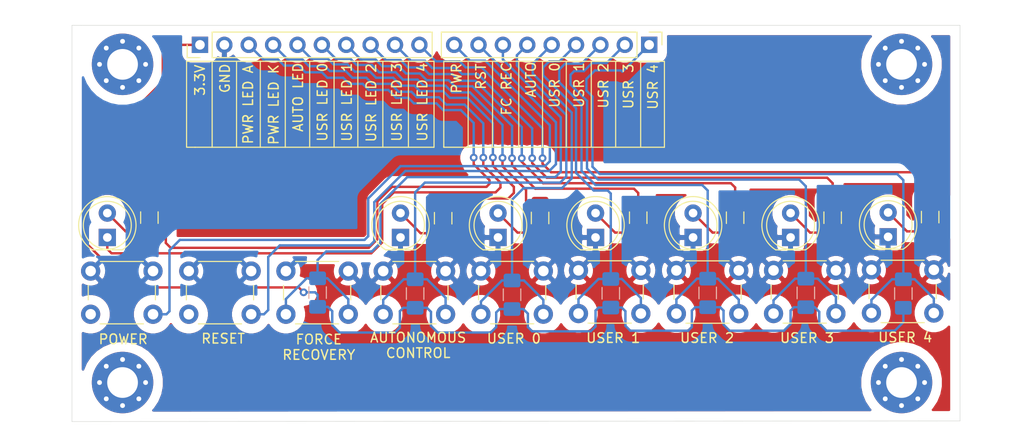
<source format=kicad_pcb>
(kicad_pcb (version 20171130) (host pcbnew "(5.1.6)-1")
  (layers (0 F.Cu signal) (31 B.Cu signal) (34 B.Paste user) (35 F.Paste user) (36 B.SilkS user) (37 F.SilkS user) (38 B.Mask user) (39 F.Mask user) (44 Edge.Cuts user))
  (net 0 "")
  (net 1 GND)
  (net 2 "Net-(D2-Pad2)")
  (net 3 "Net-(D3-Pad2)")
  (net 4 "Net-(D4-Pad2)")
  (net 5 "Net-(J1-Pad5)")
  (net 6 "Net-(J1-Pad3)")
  (net 7 +3V3)
  (net 8 "Net-(J2-Pad5)")
  (net 9 "Net-(J2-Pad4)")
  (net 10 "Net-(J2-Pad3)")
  (net 11 "Net-(J2-Pad2)")
  (net 12 "Net-(J2-Pad1)")
  (net 13 "Net-(D1-Pad2)")
  (net 14 "Net-(D4-Pad1)")
  (net 15 "Net-(D5-Pad2)")
  (net 16 "Net-(D6-Pad2)")
  (net 17 "Net-(D7-Pad2)")
  (net 18 "Net-(J1-Pad10)")
  (net 19 "Net-(J1-Pad9)")
  (net 20 "Net-(J1-Pad8)")
  (net 21 "Net-(J1-Pad7)")
  (net 22 "Net-(J1-Pad6)")
  (net 23 "Net-(J2-Pad9)")
  (net 24 "Net-(J2-Pad8)")
  (net 25 "Net-(J2-Pad7)")
  (net 26 "Net-(J2-Pad6)")
  (module MountingHole:MountingHole_3.2mm_M3_Pad_Via (layer F.Cu) (at 200.66 96.2025)
    (fp_text reference REF** hide)
    (fp_text value MountingHole_3.2mm_M3_Pad_Via)
    (pad 1 thru_hole circle (at 1.697056 -1.697056) (size 0.8 0.8) (drill 0.5) (layers *.Cu *.Mask))
    (pad 1 thru_hole circle (at 0 -2.4) (size 0.8 0.8) (drill 0.5) (layers *.Cu *.Mask))
    (pad 1 thru_hole circle (at -1.697056 -1.697056) (size 0.8 0.8) (drill 0.5) (layers *.Cu *.Mask))
    (pad 1 thru_hole circle (at -2.4 0) (size 0.8 0.8) (drill 0.5) (layers *.Cu *.Mask))
    (pad 1 thru_hole circle (at -1.697056 1.697056) (size 0.8 0.8) (drill 0.5) (layers *.Cu *.Mask))
    (pad 1 thru_hole circle (at 0 2.4) (size 0.8 0.8) (drill 0.5) (layers *.Cu *.Mask))
    (pad 1 thru_hole circle (at 1.697056 1.697056) (size 0.8 0.8) (drill 0.5) (layers *.Cu *.Mask))
    (pad 1 thru_hole circle (at 2.4 0) (size 0.8 0.8) (drill 0.5) (layers *.Cu *.Mask))
    (pad 1 thru_hole circle (at 0 0) (size 6.4 6.4) (drill 3.2) (layers *.Cu *.Mask))
  )
  (module Button_Switch_THT:SW_PUSH_6mm (layer F.Cu) (at 183.7055 89.027 180)
    (fp_text reference SW7 hide)
    (fp_text value USR2)
    (pad 1 thru_hole circle (at 6.5 0 270) (size 2 2) (drill 1.1) (layers *.Cu *.Mask) (net 10 "Net-(J2-Pad3)"))
    (pad 2 thru_hole circle (at 6.5 4.5 270) (size 2 2) (drill 1.1) (layers *.Cu *.Mask) (net 1 GND))
    (pad 1 thru_hole circle (at 0 0 270) (size 2 2) (drill 1.1) (layers *.Cu *.Mask) (net 10 "Net-(J2-Pad3)"))
    (pad 2 thru_hole circle (at 0 4.5 270) (size 2 2) (drill 1.1) (layers *.Cu *.Mask) (net 1 GND))
  )
  (module Resistor_SMD:R_1206_3216Metric_Pad1.42x1.75mm_HandSolder (layer B.Cu) (at 160.0835 87.0585 270)
    (fp_text reference R14 hide)
    (fp_text value R)
    (pad 2 smd roundrect (at 1.4875 0 270) (size 1.425 1.75) (layers B.Cu B.Paste B.Mask) (roundrect_rratio 0.175439) (net 7 +3V3))
    (pad 1 smd roundrect (at -1.4875 0 270) (size 1.425 1.75) (layers B.Cu B.Paste B.Mask) (roundrect_rratio 0.175439) (net 8 "Net-(J2-Pad5)"))
  )
  (module MountingHole:MountingHole_3.2mm_M3_Pad_Via (layer F.Cu) (at 119.507 96.2025)
    (fp_text reference REF** hide)
    (fp_text value MountingHole_3.2mm_M3_Pad_Via)
    (pad 1 thru_hole circle (at 1.697056 -1.697056) (size 0.8 0.8) (drill 0.5) (layers *.Cu *.Mask))
    (pad 1 thru_hole circle (at 0 -2.4) (size 0.8 0.8) (drill 0.5) (layers *.Cu *.Mask))
    (pad 1 thru_hole circle (at -1.697056 -1.697056) (size 0.8 0.8) (drill 0.5) (layers *.Cu *.Mask))
    (pad 1 thru_hole circle (at -2.4 0) (size 0.8 0.8) (drill 0.5) (layers *.Cu *.Mask))
    (pad 1 thru_hole circle (at -1.697056 1.697056) (size 0.8 0.8) (drill 0.5) (layers *.Cu *.Mask))
    (pad 1 thru_hole circle (at 0 2.4) (size 0.8 0.8) (drill 0.5) (layers *.Cu *.Mask))
    (pad 1 thru_hole circle (at 1.697056 1.697056) (size 0.8 0.8) (drill 0.5) (layers *.Cu *.Mask))
    (pad 1 thru_hole circle (at 2.4 0) (size 0.8 0.8) (drill 0.5) (layers *.Cu *.Mask))
    (pad 1 thru_hole circle (at 0 0) (size 6.4 6.4) (drill 3.2) (layers *.Cu *.Mask))
  )
  (module MountingHole:MountingHole_3.2mm_M3_Pad_Via (layer F.Cu) (at 200.66 63.0555)
    (fp_text reference REF** hide)
    (fp_text value MountingHole_3.2mm_M3_Pad_Via)
    (pad 1 thru_hole circle (at 1.697056 -1.697056) (size 0.8 0.8) (drill 0.5) (layers *.Cu *.Mask))
    (pad 1 thru_hole circle (at 0 -2.4) (size 0.8 0.8) (drill 0.5) (layers *.Cu *.Mask))
    (pad 1 thru_hole circle (at -1.697056 -1.697056) (size 0.8 0.8) (drill 0.5) (layers *.Cu *.Mask))
    (pad 1 thru_hole circle (at -2.4 0) (size 0.8 0.8) (drill 0.5) (layers *.Cu *.Mask))
    (pad 1 thru_hole circle (at -1.697056 1.697056) (size 0.8 0.8) (drill 0.5) (layers *.Cu *.Mask))
    (pad 1 thru_hole circle (at 0 2.4) (size 0.8 0.8) (drill 0.5) (layers *.Cu *.Mask))
    (pad 1 thru_hole circle (at 1.697056 1.697056) (size 0.8 0.8) (drill 0.5) (layers *.Cu *.Mask))
    (pad 1 thru_hole circle (at 2.4 0) (size 0.8 0.8) (drill 0.5) (layers *.Cu *.Mask))
    (pad 1 thru_hole circle (at 0 0) (size 6.4 6.4) (drill 3.2) (layers *.Cu *.Mask))
  )
  (module MountingHole:MountingHole_3.2mm_M3_Pad_Via (layer F.Cu) (at 119.507 63.0555)
    (fp_text reference REF** hide)
    (fp_text value MountingHole_3.2mm_M3_Pad_Via)
    (pad 1 thru_hole circle (at 1.697056 -1.697056) (size 0.8 0.8) (drill 0.5) (layers *.Cu *.Mask))
    (pad 1 thru_hole circle (at 0 -2.4) (size 0.8 0.8) (drill 0.5) (layers *.Cu *.Mask))
    (pad 1 thru_hole circle (at -1.697056 -1.697056) (size 0.8 0.8) (drill 0.5) (layers *.Cu *.Mask))
    (pad 1 thru_hole circle (at -2.4 0) (size 0.8 0.8) (drill 0.5) (layers *.Cu *.Mask))
    (pad 1 thru_hole circle (at -1.697056 1.697056) (size 0.8 0.8) (drill 0.5) (layers *.Cu *.Mask))
    (pad 1 thru_hole circle (at 0 2.4) (size 0.8 0.8) (drill 0.5) (layers *.Cu *.Mask))
    (pad 1 thru_hole circle (at 1.697056 1.697056) (size 0.8 0.8) (drill 0.5) (layers *.Cu *.Mask))
    (pad 1 thru_hole circle (at 2.4 0) (size 0.8 0.8) (drill 0.5) (layers *.Cu *.Mask))
    (pad 1 thru_hole circle (at 0 0) (size 6.4 6.4) (drill 3.2) (layers *.Cu *.Mask))
  )
  (module Resistor_SMD:R_1206_3216Metric_Pad1.42x1.75mm_HandSolder (layer B.Cu) (at 170.3705 86.9045 270)
    (fp_text reference R13 hide)
    (fp_text value R)
    (pad 2 smd roundrect (at 1.4875 0 270) (size 1.425 1.75) (layers B.Cu B.Paste B.Mask) (roundrect_rratio 0.175439) (net 7 +3V3))
    (pad 1 smd roundrect (at -1.4875 0 270) (size 1.425 1.75) (layers B.Cu B.Paste B.Mask) (roundrect_rratio 0.175439) (net 9 "Net-(J2-Pad4)"))
  )
  (module Resistor_SMD:R_1206_3216Metric_Pad1.42x1.75mm_HandSolder (layer B.Cu) (at 180.467 86.868 270)
    (fp_text reference R12 hide)
    (fp_text value R)
    (pad 2 smd roundrect (at 1.4875 0 270) (size 1.425 1.75) (layers B.Cu B.Paste B.Mask) (roundrect_rratio 0.175439) (net 7 +3V3))
    (pad 1 smd roundrect (at -1.4875 0 270) (size 1.425 1.75) (layers B.Cu B.Paste B.Mask) (roundrect_rratio 0.175439) (net 10 "Net-(J2-Pad3)"))
  )
  (module Resistor_SMD:R_1206_3216Metric_Pad1.42x1.75mm_HandSolder (layer B.Cu) (at 190.6905 86.868 270)
    (fp_text reference R11 hide)
    (fp_text value R)
    (pad 2 smd roundrect (at 1.4875 0 270) (size 1.425 1.75) (layers B.Cu B.Paste B.Mask) (roundrect_rratio 0.175439) (net 7 +3V3))
    (pad 1 smd roundrect (at -1.4875 0 270) (size 1.425 1.75) (layers B.Cu B.Paste B.Mask) (roundrect_rratio 0.175439) (net 11 "Net-(J2-Pad2)"))
  )
  (module Resistor_SMD:R_1206_3216Metric_Pad1.42x1.75mm_HandSolder (layer B.Cu) (at 200.8505 86.9315 270)
    (fp_text reference R10 hide)
    (fp_text value R)
    (pad 2 smd roundrect (at 1.4875 0 270) (size 1.425 1.75) (layers B.Cu B.Paste B.Mask) (roundrect_rratio 0.175439) (net 7 +3V3))
    (pad 1 smd roundrect (at -1.4875 0 270) (size 1.425 1.75) (layers B.Cu B.Paste B.Mask) (roundrect_rratio 0.175439) (net 12 "Net-(J2-Pad1)"))
  )
  (module Resistor_SMD:R_1206_3216Metric_Pad1.42x1.75mm_HandSolder (layer F.Cu) (at 173.228 79.0305 270)
    (fp_text reference R9 hide)
    (fp_text value R)
    (pad 2 smd roundrect (at 1.4875 0 270) (size 1.425 1.75) (layers F.Cu F.Paste F.Mask) (roundrect_rratio 0.175439) (net 17 "Net-(D7-Pad2)"))
    (pad 1 smd roundrect (at -1.4875 0 270) (size 1.425 1.75) (layers F.Cu F.Paste F.Mask) (roundrect_rratio 0.175439) (net 21 "Net-(J1-Pad7)"))
  )
  (module Resistor_SMD:R_1206_3216Metric_Pad1.42x1.75mm_HandSolder (layer F.Cu) (at 183.3245 79.0305 270)
    (fp_text reference R8 hide)
    (fp_text value R)
    (pad 2 smd roundrect (at 1.4875 0 270) (size 1.425 1.75) (layers F.Cu F.Paste F.Mask) (roundrect_rratio 0.175439) (net 16 "Net-(D6-Pad2)"))
    (pad 1 smd roundrect (at -1.4875 0 270) (size 1.425 1.75) (layers F.Cu F.Paste F.Mask) (roundrect_rratio 0.175439) (net 20 "Net-(J1-Pad8)"))
  )
  (module Resistor_SMD:R_1206_3216Metric_Pad1.42x1.75mm_HandSolder (layer F.Cu) (at 193.4845 79.0305 270)
    (fp_text reference R7 hide)
    (fp_text value R)
    (pad 2 smd roundrect (at 1.4875 0 270) (size 1.425 1.75) (layers F.Cu F.Paste F.Mask) (roundrect_rratio 0.175439) (net 15 "Net-(D5-Pad2)"))
    (pad 1 smd roundrect (at -1.4875 0 270) (size 1.425 1.75) (layers F.Cu F.Paste F.Mask) (roundrect_rratio 0.175439) (net 19 "Net-(J1-Pad9)"))
  )
  (module Resistor_SMD:R_1206_3216Metric_Pad1.42x1.75mm_HandSolder (layer B.Cu) (at 149.987 86.9315 270)
    (fp_text reference R6 hide)
    (fp_text value R)
    (pad 2 smd roundrect (at 1.4875 0 270) (size 1.425 1.75) (layers B.Cu B.Paste B.Mask) (roundrect_rratio 0.175439) (net 7 +3V3))
    (pad 1 smd roundrect (at -1.4875 0 270) (size 1.425 1.75) (layers B.Cu B.Paste B.Mask) (roundrect_rratio 0.175439) (net 26 "Net-(J2-Pad6)"))
  )
  (module Resistor_SMD:R_1206_3216Metric_Pad1.42x1.75mm_HandSolder (layer B.Cu) (at 139.827 86.8315 270)
    (fp_text reference R5 hide)
    (fp_text value R)
    (pad 2 smd roundrect (at 1.4875 0 270) (size 1.425 1.75) (layers B.Cu B.Paste B.Mask) (roundrect_rratio 0.175439) (net 7 +3V3))
    (pad 1 smd roundrect (at -1.4875 0 270) (size 1.425 1.75) (layers B.Cu B.Paste B.Mask) (roundrect_rratio 0.175439) (net 25 "Net-(J2-Pad7)"))
  )
  (module Resistor_SMD:R_1206_3216Metric_Pad1.42x1.75mm_HandSolder (layer F.Cu) (at 122.301 79.021 270)
    (fp_text reference R4 hide)
    (fp_text value R)
    (pad 2 smd roundrect (at 1.4875 0 270) (size 1.425 1.75) (layers F.Cu F.Paste F.Mask) (roundrect_rratio 0.175439) (net 4 "Net-(D4-Pad2)"))
    (pad 1 smd roundrect (at -1.4875 0 270) (size 1.425 1.75) (layers F.Cu F.Paste F.Mask) (roundrect_rratio 0.175439) (net 6 "Net-(J1-Pad3)"))
  )
  (module Resistor_SMD:R_1206_3216Metric_Pad1.42x1.75mm_HandSolder (layer F.Cu) (at 163.0045 79.0575 270)
    (fp_text reference R3 hide)
    (fp_text value R)
    (pad 2 smd roundrect (at 1.4875 0 270) (size 1.425 1.75) (layers F.Cu F.Paste F.Mask) (roundrect_rratio 0.175439) (net 3 "Net-(D3-Pad2)"))
    (pad 1 smd roundrect (at -1.4875 0 270) (size 1.425 1.75) (layers F.Cu F.Paste F.Mask) (roundrect_rratio 0.175439) (net 22 "Net-(J1-Pad6)"))
  )
  (module Resistor_SMD:R_1206_3216Metric_Pad1.42x1.75mm_HandSolder (layer F.Cu) (at 152.908 79.0845 270)
    (fp_text reference R2 hide)
    (fp_text value R)
    (pad 2 smd roundrect (at 1.4875 0 270) (size 1.425 1.75) (layers F.Cu F.Paste F.Mask) (roundrect_rratio 0.175439) (net 2 "Net-(D2-Pad2)"))
    (pad 1 smd roundrect (at -1.4875 0 270) (size 1.425 1.75) (layers F.Cu F.Paste F.Mask) (roundrect_rratio 0.175439) (net 5 "Net-(J1-Pad5)"))
  )
  (module Resistor_SMD:R_1206_3216Metric_Pad1.42x1.75mm_HandSolder (layer F.Cu) (at 203.6445 78.967 270)
    (fp_text reference R1 hide)
    (fp_text value R)
    (pad 2 smd roundrect (at 1.4875 0 270) (size 1.425 1.75) (layers F.Cu F.Paste F.Mask) (roundrect_rratio 0.175439) (net 13 "Net-(D1-Pad2)"))
    (pad 1 smd roundrect (at -1.4875 0 270) (size 1.425 1.75) (layers F.Cu F.Paste F.Mask) (roundrect_rratio 0.175439) (net 18 "Net-(J1-Pad10)"))
  )
  (module Button_Switch_THT:SW_PUSH_6mm (layer F.Cu) (at 204.0255 88.9635 180)
    (fp_text reference SW9 hide)
    (fp_text value USR4)
    (pad 1 thru_hole circle (at 6.5 0 270) (size 2 2) (drill 1.1) (layers *.Cu *.Mask) (net 12 "Net-(J2-Pad1)"))
    (pad 2 thru_hole circle (at 6.5 4.5 270) (size 2 2) (drill 1.1) (layers *.Cu *.Mask) (net 1 GND))
    (pad 1 thru_hole circle (at 0 0 270) (size 2 2) (drill 1.1) (layers *.Cu *.Mask) (net 12 "Net-(J2-Pad1)"))
    (pad 2 thru_hole circle (at 0 4.5 270) (size 2 2) (drill 1.1) (layers *.Cu *.Mask) (net 1 GND))
  )
  (module Button_Switch_THT:SW_PUSH_6mm (layer F.Cu) (at 193.825 89.0185 180)
    (fp_text reference SW8 hide)
    (fp_text value USR3)
    (pad 1 thru_hole circle (at 6.5 0 270) (size 2 2) (drill 1.1) (layers *.Cu *.Mask) (net 11 "Net-(J2-Pad2)"))
    (pad 2 thru_hole circle (at 6.5 4.5 270) (size 2 2) (drill 1.1) (layers *.Cu *.Mask) (net 1 GND))
    (pad 1 thru_hole circle (at 0 0 270) (size 2 2) (drill 1.1) (layers *.Cu *.Mask) (net 11 "Net-(J2-Pad2)"))
    (pad 2 thru_hole circle (at 0 4.5 270) (size 2 2) (drill 1.1) (layers *.Cu *.Mask) (net 1 GND))
  )
  (module Button_Switch_THT:SW_PUSH_6mm (layer F.Cu) (at 173.505 89.0185 180)
    (fp_text reference SW6 hide)
    (fp_text value USR1)
    (pad 1 thru_hole circle (at 6.5 0 270) (size 2 2) (drill 1.1) (layers *.Cu *.Mask) (net 9 "Net-(J2-Pad4)"))
    (pad 2 thru_hole circle (at 6.5 4.5 270) (size 2 2) (drill 1.1) (layers *.Cu *.Mask) (net 1 GND))
    (pad 1 thru_hole circle (at 0 0 270) (size 2 2) (drill 1.1) (layers *.Cu *.Mask) (net 9 "Net-(J2-Pad4)"))
    (pad 2 thru_hole circle (at 0 4.5 270) (size 2 2) (drill 1.1) (layers *.Cu *.Mask) (net 1 GND))
  )
  (module Connector_PinHeader_2.54mm:PinHeader_1x09_P2.54mm_Vertical (layer F.Cu) (at 174.371 61.0235 270)
    (fp_text reference J2 hide)
    (fp_text value Conn_01x09)
    (pad 9 thru_hole oval (at 0 20.32 270) (size 1.7 1.7) (drill 1) (layers *.Cu *.Mask) (net 23 "Net-(J2-Pad9)"))
    (pad 8 thru_hole oval (at 0 17.78 270) (size 1.7 1.7) (drill 1) (layers *.Cu *.Mask) (net 24 "Net-(J2-Pad8)"))
    (pad 7 thru_hole oval (at 0 15.24 270) (size 1.7 1.7) (drill 1) (layers *.Cu *.Mask) (net 25 "Net-(J2-Pad7)"))
    (pad 6 thru_hole oval (at 0 12.7 270) (size 1.7 1.7) (drill 1) (layers *.Cu *.Mask) (net 26 "Net-(J2-Pad6)"))
    (pad 5 thru_hole oval (at 0 10.16 270) (size 1.7 1.7) (drill 1) (layers *.Cu *.Mask) (net 8 "Net-(J2-Pad5)"))
    (pad 4 thru_hole oval (at 0 7.62 270) (size 1.7 1.7) (drill 1) (layers *.Cu *.Mask) (net 9 "Net-(J2-Pad4)"))
    (pad 3 thru_hole oval (at 0 5.08 270) (size 1.7 1.7) (drill 1) (layers *.Cu *.Mask) (net 10 "Net-(J2-Pad3)"))
    (pad 2 thru_hole oval (at 0 2.54 270) (size 1.7 1.7) (drill 1) (layers *.Cu *.Mask) (net 11 "Net-(J2-Pad2)"))
    (pad 1 thru_hole rect (at 0 0 270) (size 1.7 1.7) (drill 1) (layers *.Cu *.Mask) (net 12 "Net-(J2-Pad1)"))
  )
  (module Connector_PinHeader_2.54mm:PinHeader_1x10_P2.54mm_Vertical (layer F.Cu) (at 127.5715 61.0235 90)
    (fp_text reference J1 hide)
    (fp_text value Conn_01x10)
    (pad 10 thru_hole oval (at 0 22.86 90) (size 1.7 1.7) (drill 1) (layers *.Cu *.Mask) (net 18 "Net-(J1-Pad10)"))
    (pad 9 thru_hole oval (at 0 20.32 90) (size 1.7 1.7) (drill 1) (layers *.Cu *.Mask) (net 19 "Net-(J1-Pad9)"))
    (pad 8 thru_hole oval (at 0 17.78 90) (size 1.7 1.7) (drill 1) (layers *.Cu *.Mask) (net 20 "Net-(J1-Pad8)"))
    (pad 7 thru_hole oval (at 0 15.24 90) (size 1.7 1.7) (drill 1) (layers *.Cu *.Mask) (net 21 "Net-(J1-Pad7)"))
    (pad 6 thru_hole oval (at 0 12.7 90) (size 1.7 1.7) (drill 1) (layers *.Cu *.Mask) (net 22 "Net-(J1-Pad6)"))
    (pad 5 thru_hole oval (at 0 10.16 90) (size 1.7 1.7) (drill 1) (layers *.Cu *.Mask) (net 5 "Net-(J1-Pad5)"))
    (pad 4 thru_hole oval (at 0 7.62 90) (size 1.7 1.7) (drill 1) (layers *.Cu *.Mask) (net 14 "Net-(D4-Pad1)"))
    (pad 3 thru_hole oval (at 0 5.08 90) (size 1.7 1.7) (drill 1) (layers *.Cu *.Mask) (net 6 "Net-(J1-Pad3)"))
    (pad 2 thru_hole oval (at 0 2.54 90) (size 1.7 1.7) (drill 1) (layers *.Cu *.Mask) (net 1 GND))
    (pad 1 thru_hole rect (at 0 0 90) (size 1.7 1.7) (drill 1) (layers *.Cu *.Mask) (net 7 +3V3))
  )
  (module LED_THT:LED_D5.0mm_Clear (layer F.Cu) (at 168.783 81.0895 90)
    (fp_text reference D7 hide)
    (fp_text value USR1)
    (pad 2 thru_hole circle (at 2.54 0 90) (size 1.8 1.8) (drill 0.9) (layers *.Cu *.Mask) (net 17 "Net-(D7-Pad2)"))
    (pad 1 thru_hole rect (at 0 0 90) (size 1.8 1.8) (drill 0.9) (layers *.Cu *.Mask) (net 1 GND))
  )
  (module LED_THT:LED_D5.0mm_Clear (layer F.Cu) (at 178.943 81.0895 90)
    (fp_text reference D6 hide)
    (fp_text value USR2)
    (pad 2 thru_hole circle (at 2.54 0 90) (size 1.8 1.8) (drill 0.9) (layers *.Cu *.Mask) (net 16 "Net-(D6-Pad2)"))
    (pad 1 thru_hole rect (at 0 0 90) (size 1.8 1.8) (drill 0.9) (layers *.Cu *.Mask) (net 1 GND))
  )
  (module LED_THT:LED_D5.0mm_Clear (layer F.Cu) (at 189.103 81.0895 90)
    (fp_text reference D5 hide)
    (fp_text value USR3)
    (pad 2 thru_hole circle (at 2.54 0 90) (size 1.8 1.8) (drill 0.9) (layers *.Cu *.Mask) (net 15 "Net-(D5-Pad2)"))
    (pad 1 thru_hole rect (at 0 0 90) (size 1.8 1.8) (drill 0.9) (layers *.Cu *.Mask) (net 1 GND))
  )
  (module LED_THT:LED_D5.0mm_Clear (layer F.Cu) (at 199.263 81.026 90)
    (fp_text reference D1 hide)
    (fp_text value USR4)
    (pad 2 thru_hole circle (at 2.54 0 90) (size 1.8 1.8) (drill 0.9) (layers *.Cu *.Mask) (net 13 "Net-(D1-Pad2)"))
    (pad 1 thru_hole rect (at 0 0 90) (size 1.8 1.8) (drill 0.9) (layers *.Cu *.Mask) (net 1 GND))
  )
  (module Button_Switch_THT:SW_PUSH_6mm (layer F.Cu) (at 143.025 89.0905 180)
    (fp_text reference SW5 hide)
    (fp_text value "FC REC")
    (pad 1 thru_hole circle (at 6.5 0 270) (size 2 2) (drill 1.1) (layers *.Cu *.Mask) (net 25 "Net-(J2-Pad7)"))
    (pad 2 thru_hole circle (at 6.5 4.5 270) (size 2 2) (drill 1.1) (layers *.Cu *.Mask) (net 1 GND))
    (pad 1 thru_hole circle (at 0 0 270) (size 2 2) (drill 1.1) (layers *.Cu *.Mask) (net 25 "Net-(J2-Pad7)"))
    (pad 2 thru_hole circle (at 0 4.5 270) (size 2 2) (drill 1.1) (layers *.Cu *.Mask) (net 1 GND))
  )
  (module Button_Switch_THT:SW_PUSH_6mm (layer F.Cu) (at 153.162 89.0905 180)
    (fp_text reference SW4 hide)
    (fp_text value "AUTO CTRL")
    (pad 1 thru_hole circle (at 6.5 0 270) (size 2 2) (drill 1.1) (layers *.Cu *.Mask) (net 26 "Net-(J2-Pad6)"))
    (pad 2 thru_hole circle (at 6.5 4.5 270) (size 2 2) (drill 1.1) (layers *.Cu *.Mask) (net 1 GND))
    (pad 1 thru_hole circle (at 0 0 270) (size 2 2) (drill 1.1) (layers *.Cu *.Mask) (net 26 "Net-(J2-Pad6)"))
    (pad 2 thru_hole circle (at 0 4.5 270) (size 2 2) (drill 1.1) (layers *.Cu *.Mask) (net 1 GND))
  )
  (module Button_Switch_THT:SW_PUSH_6mm (layer F.Cu) (at 163.345 89.082 180)
    (fp_text reference SW3 hide)
    (fp_text value USR0)
    (pad 1 thru_hole circle (at 6.5 0 270) (size 2 2) (drill 1.1) (layers *.Cu *.Mask) (net 8 "Net-(J2-Pad5)"))
    (pad 2 thru_hole circle (at 6.5 4.5 270) (size 2 2) (drill 1.1) (layers *.Cu *.Mask) (net 1 GND))
    (pad 1 thru_hole circle (at 0 0 270) (size 2 2) (drill 1.1) (layers *.Cu *.Mask) (net 8 "Net-(J2-Pad5)"))
    (pad 2 thru_hole circle (at 0 4.5 270) (size 2 2) (drill 1.1) (layers *.Cu *.Mask) (net 1 GND))
  )
  (module Button_Switch_THT:SW_PUSH_6mm (layer F.Cu) (at 132.9055 89.0905 180)
    (fp_text reference SW2 hide)
    (fp_text value RST)
    (pad 1 thru_hole circle (at 6.5 0 270) (size 2 2) (drill 1.1) (layers *.Cu *.Mask) (net 24 "Net-(J2-Pad8)"))
    (pad 2 thru_hole circle (at 6.5 4.5 270) (size 2 2) (drill 1.1) (layers *.Cu *.Mask) (net 1 GND))
    (pad 1 thru_hole circle (at 0 0 270) (size 2 2) (drill 1.1) (layers *.Cu *.Mask) (net 24 "Net-(J2-Pad8)"))
    (pad 2 thru_hole circle (at 0 4.5 270) (size 2 2) (drill 1.1) (layers *.Cu *.Mask) (net 1 GND))
  )
  (module Button_Switch_THT:SW_PUSH_6mm (layer F.Cu) (at 122.682 89.0905 180)
    (fp_text reference SW1 hide)
    (fp_text value PWR)
    (pad 1 thru_hole circle (at 6.5 0 270) (size 2 2) (drill 1.1) (layers *.Cu *.Mask) (net 23 "Net-(J2-Pad9)"))
    (pad 2 thru_hole circle (at 6.5 4.5 270) (size 2 2) (drill 1.1) (layers *.Cu *.Mask) (net 1 GND))
    (pad 1 thru_hole circle (at 0 0 270) (size 2 2) (drill 1.1) (layers *.Cu *.Mask) (net 23 "Net-(J2-Pad9)"))
    (pad 2 thru_hole circle (at 0 4.5 270) (size 2 2) (drill 1.1) (layers *.Cu *.Mask) (net 1 GND))
  )
  (module LED_THT:LED_D5.0mm_Clear (layer F.Cu) (at 117.9195 81.0895 90)
    (fp_text reference D4 hide)
    (fp_text value PWR)
    (pad 2 thru_hole circle (at 2.54 0 90) (size 1.8 1.8) (drill 0.9) (layers *.Cu *.Mask) (net 4 "Net-(D4-Pad2)"))
    (pad 1 thru_hole rect (at 0 0 90) (size 1.8 1.8) (drill 0.9) (layers *.Cu *.Mask) (net 14 "Net-(D4-Pad1)"))
  )
  (module LED_THT:LED_D5.0mm_Clear (layer F.Cu) (at 158.623 81.0895 90)
    (fp_text reference D3 hide)
    (fp_text value USR0)
    (pad 2 thru_hole circle (at 2.54 0 90) (size 1.8 1.8) (drill 0.9) (layers *.Cu *.Mask) (net 3 "Net-(D3-Pad2)"))
    (pad 1 thru_hole rect (at 0 0 90) (size 1.8 1.8) (drill 0.9) (layers *.Cu *.Mask) (net 1 GND))
  )
  (module LED_THT:LED_D5.0mm_Clear (layer F.Cu) (at 148.463 81.0895 90)
    (fp_text reference D2 hide)
    (fp_text value "AUTO CTRL")
    (pad 2 thru_hole circle (at 2.54 0 90) (size 1.8 1.8) (drill 0.9) (layers *.Cu *.Mask) (net 2 "Net-(D2-Pad2)"))
    (pad 1 thru_hole rect (at 0 0 90) (size 1.8 1.8) (drill 0.9) (layers *.Cu *.Mask) (net 1 GND))
  )
  (gr_line (start 127.0635 71.6915) (end 151.9555 71.6915) (layer F.SilkS) (width 0.12))
  (gr_line (start 114.2365 58.9915) (end 114.2365 100.2665) (layer Edge.Cuts) (width 0.05))
  (gr_line (start 115.189 58.9915) (end 114.2365 58.9915) (layer Edge.Cuts) (width 0.05))
  (gr_line (start 206.756 58.9915) (end 115.189 58.9915) (layer Edge.Cuts) (width 0.05))
  (gr_line (start 206.756 100.203) (end 206.756 58.9915) (layer Edge.Cuts) (width 0.05))
  (gr_line (start 114.2365 100.2665) (end 206.756 100.203) (layer Edge.Cuts) (width 0.05))
  (gr_line (start 158.0515 71.628) (end 158.0515 71.6915) (layer F.SilkS) (width 0.12))
  (gr_line (start 155.5115 71.628) (end 155.5115 71.6915) (layer F.SilkS) (width 0.12))
  (gr_line (start 152.9715 71.6915) (end 175.9585 71.6915) (layer F.SilkS) (width 0.12))
  (gr_line (start 152.9715 71.628) (end 152.9715 71.6915) (layer F.SilkS) (width 0.12))
  (gr_line (start 152.9715 62.8015) (end 152.9715 71.628) (layer F.SilkS) (width 0.12))
  (gr_line (start 153.416 62.738) (end 152.9715 62.738) (layer F.SilkS) (width 0.12))
  (gr_line (start 175.9585 62.8015) (end 175.9585 71.6915) (layer F.SilkS) (width 0.12))
  (gr_line (start 175.514 62.738) (end 175.9585 62.738) (layer F.SilkS) (width 0.12))
  (gr_line (start 126.238 71.6915) (end 127.0635 71.6915) (layer F.SilkS) (width 0.12))
  (gr_line (start 126.1745 62.738) (end 126.1745 71.6915) (layer F.SilkS) (width 0.12))
  (gr_line (start 126.619 62.738) (end 126.1745 62.738) (layer F.SilkS) (width 0.12))
  (gr_line (start 151.9555 62.738) (end 151.9555 71.6915) (layer F.SilkS) (width 0.12))
  (gr_line (start 151.511 62.738) (end 151.9555 62.738) (layer F.SilkS) (width 0.12))
  (gr_line (start 149.2885 62.738) (end 149.2885 71.6915) (layer F.SilkS) (width 0.12))
  (gr_line (start 146.6215 62.738) (end 146.6215 71.6915) (layer F.SilkS) (width 0.12))
  (gr_line (start 144.018 62.738) (end 144.018 71.6915) (layer F.SilkS) (width 0.12))
  (gr_line (start 141.5415 62.738) (end 141.5415 71.6915) (layer F.SilkS) (width 0.12))
  (gr_line (start 139.0015 62.8015) (end 139.0015 71.6915) (layer F.SilkS) (width 0.12))
  (gr_line (start 136.4615 62.738) (end 136.4615 71.6915) (layer F.SilkS) (width 0.12))
  (gr_line (start 133.858 62.738) (end 133.858 71.6915) (layer F.SilkS) (width 0.12))
  (gr_line (start 131.3815 62.8015) (end 131.3815 71.6915) (layer F.SilkS) (width 0.12))
  (gr_line (start 128.8415 62.8015) (end 128.8415 71.6915) (layer F.SilkS) (width 0.12))
  (gr_line (start 151.511 62.738) (end 126.619 62.738) (layer F.SilkS) (width 0.12))
  (gr_line (start 173.482 62.8015) (end 173.482 71.628) (layer F.SilkS) (width 0.12))
  (gr_line (start 170.8785 62.8015) (end 170.8785 71.628) (layer F.SilkS) (width 0.12))
  (gr_line (start 168.3385 62.8015) (end 168.3385 71.628) (layer F.SilkS) (width 0.12))
  (gr_line (start 165.735 62.8015) (end 165.735 71.628) (layer F.SilkS) (width 0.12))
  (gr_line (start 163.2585 62.8015) (end 163.2585 71.628) (layer F.SilkS) (width 0.12))
  (gr_line (start 160.782 62.8015) (end 160.782 71.628) (layer F.SilkS) (width 0.12))
  (gr_line (start 158.0515 62.8015) (end 158.0515 71.628) (layer F.SilkS) (width 0.12))
  (gr_line (start 175.514 62.738) (end 153.416 62.738) (layer F.SilkS) (width 0.12))
  (gr_line (start 155.5115 62.865) (end 155.5115 71.628) (layer F.SilkS) (width 0.12))
  (gr_text "USR LED 4" (at 150.749 66.9925 90) (layer F.SilkS) (effects (font (size 1 1))))
  (gr_text "USR LED 3" (at 148.082 66.9925 90) (layer F.SilkS) (effects (font (size 1 1))))
  (gr_text "USR LED 2" (at 145.415 67.056 90) (layer F.SilkS) (effects (font (size 1 1))))
  (gr_text "USR LED 1" (at 142.875 66.9925 90) (layer F.SilkS) (effects (font (size 1 1))))
  (gr_text "AUTO LED" (at 137.795 66.4845 90) (layer F.SilkS) (effects (font (size 1 1))))
  (gr_text "USR LED 0" (at 140.335 66.9925 90) (layer F.SilkS) (effects (font (size 1 1))))
  (gr_text "PWR LED K" (at 135.255 67.2465 90) (layer F.SilkS) (effects (font (size 1 1))))
  (gr_text "PWR LED A" (at 132.588 67.2465 90) (layer F.SilkS) (effects (font (size 1 1))))
  (gr_text 3.3V (at 127.5715 64.7065 90) (layer F.SilkS) (effects (font (size 1 1))))
  (gr_text GND (at 130.175 64.516 90) (layer F.SilkS) (effects (font (size 1 1))))
  (gr_text "USR 4" (at 174.752 65.405 90) (layer F.SilkS) (effects (font (size 1 1))))
  (gr_text "USR 3" (at 172.212 65.3415 90) (layer F.SilkS) (effects (font (size 1 1))))
  (gr_text "USR 2" (at 169.6085 65.278 90) (layer F.SilkS) (effects (font (size 1 1))))
  (gr_text "USR 1" (at 167.0685 65.2145 90) (layer F.SilkS) (effects (font (size 1 1))))
  (gr_text "FC REC" (at 159.512 65.5955 90) (layer F.SilkS) (effects (font (size 1 1))))
  (gr_text AUTO (at 162.052 64.643 90) (layer F.SilkS) (effects (font (size 1 1))))
  (gr_text "USR 0" (at 164.5285 65.2145 90) (layer F.SilkS) (effects (font (size 1 1))))
  (gr_text RST (at 156.845 64.3255 90) (layer F.SilkS) (effects (font (size 1 1))))
  (gr_text PWR (at 154.305 64.516 90) (layer F.SilkS) (effects (font (size 1 1))))
  (gr_text "USER 4" (at 201.041 91.5035) (layer F.SilkS) (effects (font (size 1 1))))
  (gr_text "USER 3" (at 190.8175 91.567) (layer F.SilkS) (effects (font (size 1 1))))
  (gr_text "USER 2" (at 180.4035 91.567) (layer F.SilkS) (effects (font (size 1 1))))
  (gr_text "USER 1" (at 170.6245 91.567) (layer F.SilkS) (effects (font (size 1 1))))
  (gr_text "FORCE\nRECOVERY" (at 139.954 92.5195) (layer F.SilkS) (effects (font (size 1 1))))
  (gr_text "AUTONOMOUS\nCONTROL" (at 150.3045 92.329) (layer F.SilkS) (effects (font (size 1 1))))
  (gr_text "USER 0" (at 160.274 91.6305) (layer F.SilkS) (effects (font (size 1 1))))
  (gr_text RESET (at 129.9845 91.6305) (layer F.SilkS) (effects (font (size 1 1))))
  (gr_text POWER (at 119.5705 91.694) (layer F.SilkS) (effects (font (size 1 1))))
  (segment (start 148.463 78.5495) (end 150.5585 80.645) (width 0.25) (layer F.Cu) (net 2))
  (segment (start 152.835 80.645) (end 152.908 80.572) (width 0.25) (layer F.Cu) (net 2))
  (segment (start 150.5585 80.645) (end 152.835 80.645) (width 0.25) (layer F.Cu) (net 2))
  (segment (start 158.623 78.5495) (end 160.655 80.5815) (width 0.25) (layer F.Cu) (net 3))
  (segment (start 162.968 80.5815) (end 163.0045 80.545) (width 0.25) (layer F.Cu) (net 3))
  (segment (start 160.655 80.5815) (end 162.968 80.5815) (width 0.25) (layer F.Cu) (net 3))
  (segment (start 117.9195 78.5495) (end 119.8245 80.4545) (width 0.25) (layer F.Cu) (net 4))
  (segment (start 122.247 80.4545) (end 122.301 80.5085) (width 0.25) (layer F.Cu) (net 4))
  (segment (start 119.8245 80.4545) (end 122.247 80.4545) (width 0.25) (layer F.Cu) (net 4))
  (via (at 158.088986 72.76603) (size 0.8) (drill 0.4) (layers F.Cu B.Cu) (net 5))
  (segment (start 155.321 77.597) (end 152.908 77.597) (width 0.25) (layer F.Cu) (net 5))
  (segment (start 160.274 76.454) (end 159.7025 77.0255) (width 0.25) (layer F.Cu) (net 5))
  (segment (start 155.8925 77.0255) (end 155.321 77.597) (width 0.25) (layer F.Cu) (net 5))
  (segment (start 158.088986 72.76603) (end 158.088986 73.633986) (width 0.25) (layer F.Cu) (net 5))
  (segment (start 160.274 75.819) (end 160.274 76.454) (width 0.25) (layer F.Cu) (net 5))
  (segment (start 158.088986 73.633986) (end 160.274 75.819) (width 0.25) (layer F.Cu) (net 5))
  (segment (start 159.7025 77.0255) (end 155.8925 77.0255) (width 0.25) (layer F.Cu) (net 5))
  (segment (start 139.192 62.484) (end 137.7315 61.0235) (width 0.25) (layer B.Cu) (net 5))
  (segment (start 140.9065 62.484) (end 139.192 62.484) (width 0.25) (layer B.Cu) (net 5))
  (segment (start 141.478 63.0555) (end 140.9065 62.484) (width 0.25) (layer B.Cu) (net 5))
  (segment (start 142.9385 63.0555) (end 141.478 63.0555) (width 0.25) (layer B.Cu) (net 5))
  (segment (start 143.7005 63.8175) (end 142.9385 63.0555) (width 0.25) (layer B.Cu) (net 5))
  (segment (start 158.088986 72.76603) (end 158.088986 69.188986) (width 0.25) (layer B.Cu) (net 5))
  (segment (start 158.088986 69.188986) (end 155.448 66.548) (width 0.25) (layer B.Cu) (net 5))
  (segment (start 153.6065 66.548) (end 152.908 65.8495) (width 0.25) (layer B.Cu) (net 5))
  (segment (start 147.701 64.4525) (end 145.923 64.4525) (width 0.25) (layer B.Cu) (net 5))
  (segment (start 150.495 65.8495) (end 149.9235 65.278) (width 0.25) (layer B.Cu) (net 5))
  (segment (start 149.9235 65.278) (end 148.5265 65.278) (width 0.25) (layer B.Cu) (net 5))
  (segment (start 152.908 65.8495) (end 150.495 65.8495) (width 0.25) (layer B.Cu) (net 5))
  (segment (start 145.288 63.8175) (end 143.7005 63.8175) (width 0.25) (layer B.Cu) (net 5))
  (segment (start 155.448 66.548) (end 153.6065 66.548) (width 0.25) (layer B.Cu) (net 5))
  (segment (start 148.5265 65.278) (end 147.701 64.4525) (width 0.25) (layer B.Cu) (net 5))
  (segment (start 145.923 64.4525) (end 145.288 63.8175) (width 0.25) (layer B.Cu) (net 5))
  (via (at 156.089009 72.770194) (size 0.8) (drill 0.4) (layers F.Cu B.Cu) (net 6))
  (segment (start 124.0155 77.9145) (end 123.6345 77.5335) (width 0.25) (layer F.Cu) (net 6))
  (segment (start 157.4165 75.819) (end 147.574 75.819) (width 0.25) (layer F.Cu) (net 6))
  (segment (start 124.0155 81.661) (end 124.0155 77.9145) (width 0.25) (layer F.Cu) (net 6))
  (segment (start 157.734 75.5015) (end 157.4165 75.819) (width 0.25) (layer F.Cu) (net 6))
  (segment (start 156.089009 72.770194) (end 156.089009 73.475509) (width 0.25) (layer F.Cu) (net 6))
  (segment (start 123.6345 77.5335) (end 122.301 77.5335) (width 0.25) (layer F.Cu) (net 6))
  (segment (start 157.734 75.1205) (end 157.734 75.5015) (width 0.25) (layer F.Cu) (net 6))
  (segment (start 156.089009 73.475509) (end 157.734 75.1205) (width 0.25) (layer F.Cu) (net 6))
  (segment (start 147.574 75.819) (end 146.05 77.343) (width 0.25) (layer F.Cu) (net 6))
  (segment (start 146.05 77.343) (end 146.05 81.28) (width 0.25) (layer F.Cu) (net 6))
  (segment (start 146.05 81.28) (end 145.161 82.169) (width 0.25) (layer F.Cu) (net 6))
  (segment (start 145.161 82.169) (end 124.5235 82.169) (width 0.25) (layer F.Cu) (net 6))
  (segment (start 124.5235 82.169) (end 124.0155 81.661) (width 0.25) (layer F.Cu) (net 6))
  (segment (start 134.1755 62.5475) (end 132.6515 61.0235) (width 0.25) (layer B.Cu) (net 6))
  (segment (start 135.6995 62.5475) (end 134.1755 62.5475) (width 0.25) (layer B.Cu) (net 6))
  (segment (start 136.3345 63.1825) (end 135.6995 62.5475) (width 0.25) (layer B.Cu) (net 6))
  (segment (start 138.557 63.881) (end 137.8585 63.1825) (width 0.25) (layer B.Cu) (net 6))
  (segment (start 140.843 64.4525) (end 140.2715 63.881) (width 0.25) (layer B.Cu) (net 6))
  (segment (start 143.129 65.0875) (end 142.494 64.4525) (width 0.25) (layer B.Cu) (net 6))
  (segment (start 152.2095 67.1195) (end 149.86 67.1195) (width 0.25) (layer B.Cu) (net 6))
  (segment (start 137.8585 63.1825) (end 136.3345 63.1825) (width 0.25) (layer B.Cu) (net 6))
  (segment (start 142.494 64.4525) (end 140.843 64.4525) (width 0.25) (layer B.Cu) (net 6))
  (segment (start 149.2885 66.548) (end 148.0185 66.548) (width 0.25) (layer B.Cu) (net 6))
  (segment (start 152.908 67.818) (end 152.2095 67.1195) (width 0.25) (layer B.Cu) (net 6))
  (segment (start 140.2715 63.881) (end 138.557 63.881) (width 0.25) (layer B.Cu) (net 6))
  (segment (start 154.7495 67.818) (end 152.908 67.818) (width 0.25) (layer B.Cu) (net 6))
  (segment (start 147.193 65.7225) (end 145.161 65.7225) (width 0.25) (layer B.Cu) (net 6))
  (segment (start 145.161 65.7225) (end 144.526 65.0875) (width 0.25) (layer B.Cu) (net 6))
  (segment (start 156.089009 69.157509) (end 154.7495 67.818) (width 0.25) (layer B.Cu) (net 6))
  (segment (start 156.089009 72.770194) (end 156.089009 69.157509) (width 0.25) (layer B.Cu) (net 6))
  (segment (start 149.86 67.1195) (end 149.2885 66.548) (width 0.25) (layer B.Cu) (net 6))
  (segment (start 148.0185 66.548) (end 147.193 65.7225) (width 0.25) (layer B.Cu) (net 6))
  (segment (start 144.526 65.0875) (end 143.129 65.0875) (width 0.25) (layer B.Cu) (net 6))
  (segment (start 200.8505 88.419) (end 200.8505 89.916) (width 0.25) (layer B.Cu) (net 7))
  (segment (start 200.8505 89.916) (end 199.9615 90.805) (width 0.25) (layer B.Cu) (net 7))
  (segment (start 199.9615 90.805) (end 192.8495 90.805) (width 0.25) (layer B.Cu) (net 7))
  (segment (start 192.8495 90.805) (end 192.0875 90.043) (width 0.25) (layer B.Cu) (net 7))
  (segment (start 192.0875 90.043) (end 192.0875 88.8365) (width 0.25) (layer B.Cu) (net 7))
  (segment (start 191.6065 88.3555) (end 190.6905 88.3555) (width 0.25) (layer B.Cu) (net 7))
  (segment (start 192.0875 88.8365) (end 191.6065 88.3555) (width 0.25) (layer B.Cu) (net 7))
  (segment (start 190.6905 88.3555) (end 189.457 88.3555) (width 0.25) (layer B.Cu) (net 7))
  (segment (start 189.457 88.3555) (end 189.103 88.7095) (width 0.25) (layer B.Cu) (net 7))
  (segment (start 189.103 88.7095) (end 189.103 90.1065) (width 0.25) (layer B.Cu) (net 7))
  (segment (start 189.103 90.1065) (end 188.4045 90.805) (width 0.25) (layer B.Cu) (net 7))
  (segment (start 188.4045 90.805) (end 182.753 90.805) (width 0.25) (layer B.Cu) (net 7))
  (segment (start 182.753 90.805) (end 182.118 90.17) (width 0.25) (layer B.Cu) (net 7))
  (segment (start 182.118 90.17) (end 182.118 88.7095) (width 0.25) (layer B.Cu) (net 7))
  (segment (start 181.764 88.3555) (end 180.467 88.3555) (width 0.25) (layer B.Cu) (net 7))
  (segment (start 182.118 88.7095) (end 181.764 88.3555) (width 0.25) (layer B.Cu) (net 7))
  (segment (start 180.467 88.3555) (end 179.17 88.3555) (width 0.25) (layer B.Cu) (net 7))
  (segment (start 179.17 88.3555) (end 178.816 88.7095) (width 0.25) (layer B.Cu) (net 7))
  (segment (start 178.816 88.7095) (end 178.816 90.424) (width 0.25) (layer B.Cu) (net 7))
  (segment (start 178.816 90.424) (end 178.435 90.805) (width 0.25) (layer B.Cu) (net 7))
  (segment (start 178.435 90.805) (end 172.4025 90.805) (width 0.25) (layer B.Cu) (net 7))
  (segment (start 172.4025 90.805) (end 171.8945 90.297) (width 0.25) (layer B.Cu) (net 7))
  (segment (start 171.8945 90.297) (end 171.8945 88.773) (width 0.25) (layer B.Cu) (net 7))
  (segment (start 171.5135 88.392) (end 170.3705 88.392) (width 0.25) (layer B.Cu) (net 7))
  (segment (start 171.8945 88.773) (end 171.5135 88.392) (width 0.25) (layer B.Cu) (net 7))
  (segment (start 170.3705 88.392) (end 169.1005 88.392) (width 0.25) (layer B.Cu) (net 7))
  (segment (start 169.1005 88.392) (end 168.783 88.7095) (width 0.25) (layer B.Cu) (net 7))
  (segment (start 168.783 88.7095) (end 168.783 90.3605) (width 0.25) (layer B.Cu) (net 7))
  (segment (start 168.783 90.3605) (end 168.275 90.8685) (width 0.25) (layer B.Cu) (net 7))
  (segment (start 168.275 90.8685) (end 162.179 90.8685) (width 0.25) (layer B.Cu) (net 7))
  (segment (start 162.179 90.8685) (end 161.7345 90.424) (width 0.25) (layer B.Cu) (net 7))
  (segment (start 161.7345 90.424) (end 161.7345 89.027) (width 0.25) (layer B.Cu) (net 7))
  (segment (start 161.2535 88.546) (end 160.0835 88.546) (width 0.25) (layer B.Cu) (net 7))
  (segment (start 161.7345 89.027) (end 161.2535 88.546) (width 0.25) (layer B.Cu) (net 7))
  (segment (start 160.0835 88.546) (end 158.7865 88.546) (width 0.25) (layer B.Cu) (net 7))
  (segment (start 158.7865 88.546) (end 158.4325 88.9) (width 0.25) (layer B.Cu) (net 7))
  (segment (start 158.4325 88.9) (end 158.4325 90.424) (width 0.25) (layer B.Cu) (net 7))
  (segment (start 158.4325 90.424) (end 157.861 90.9955) (width 0.25) (layer B.Cu) (net 7))
  (segment (start 157.861 90.9955) (end 152.3365 90.9955) (width 0.25) (layer B.Cu) (net 7))
  (segment (start 152.3365 90.9955) (end 151.638 90.297) (width 0.25) (layer B.Cu) (net 7))
  (segment (start 151.638 90.297) (end 151.638 88.8365) (width 0.25) (layer B.Cu) (net 7))
  (segment (start 151.2205 88.419) (end 149.987 88.419) (width 0.25) (layer B.Cu) (net 7))
  (segment (start 151.638 88.8365) (end 151.2205 88.419) (width 0.25) (layer B.Cu) (net 7))
  (segment (start 149.987 88.419) (end 148.7535 88.419) (width 0.25) (layer B.Cu) (net 7))
  (segment (start 148.7535 88.419) (end 148.3995 88.773) (width 0.25) (layer B.Cu) (net 7))
  (segment (start 148.3995 88.773) (end 148.3995 90.4875) (width 0.25) (layer B.Cu) (net 7))
  (segment (start 148.3995 90.4875) (end 147.8915 90.9955) (width 0.25) (layer B.Cu) (net 7))
  (segment (start 147.8915 90.9955) (end 142.113 90.9955) (width 0.25) (layer B.Cu) (net 7))
  (segment (start 142.113 90.9955) (end 141.351 90.2335) (width 0.25) (layer B.Cu) (net 7))
  (segment (start 141.351 90.2335) (end 141.351 88.773) (width 0.25) (layer B.Cu) (net 7))
  (segment (start 140.897 88.319) (end 139.827 88.319) (width 0.25) (layer B.Cu) (net 7))
  (segment (start 141.351 88.773) (end 140.897 88.319) (width 0.25) (layer B.Cu) (net 7))
  (via (at 138.3665 86.8045) (size 0.8) (drill 0.4) (layers F.Cu B.Cu) (net 7))
  (segment (start 138.3665 86.8045) (end 139.573 86.8045) (width 0.25) (layer B.Cu) (net 7))
  (segment (start 139.827 87.0585) (end 139.827 88.319) (width 0.25) (layer B.Cu) (net 7))
  (segment (start 139.573 86.8045) (end 139.827 87.0585) (width 0.25) (layer B.Cu) (net 7))
  (segment (start 137.8585 86.2965) (end 138.3665 86.8045) (width 0.25) (layer F.Cu) (net 7))
  (segment (start 120.9675 85.598) (end 121.666 86.2965) (width 0.25) (layer F.Cu) (net 7))
  (segment (start 121.031 67.5005) (end 116.3955 67.5005) (width 0.25) (layer F.Cu) (net 7))
  (segment (start 123.698 61.849) (end 123.698 64.8335) (width 0.25) (layer F.Cu) (net 7))
  (segment (start 127.5715 61.0235) (end 124.5235 61.0235) (width 0.25) (layer F.Cu) (net 7))
  (segment (start 124.5235 61.0235) (end 123.698 61.849) (width 0.25) (layer F.Cu) (net 7))
  (segment (start 115.7605 81.7245) (end 117.5385 83.5025) (width 0.25) (layer F.Cu) (net 7))
  (segment (start 120.142 83.5025) (end 120.9675 84.328) (width 0.25) (layer F.Cu) (net 7))
  (segment (start 121.666 86.2965) (end 137.8585 86.2965) (width 0.25) (layer F.Cu) (net 7))
  (segment (start 123.698 64.8335) (end 121.031 67.5005) (width 0.25) (layer F.Cu) (net 7))
  (segment (start 115.7605 68.1355) (end 115.7605 81.7245) (width 0.25) (layer F.Cu) (net 7))
  (segment (start 117.5385 83.5025) (end 120.142 83.5025) (width 0.25) (layer F.Cu) (net 7))
  (segment (start 116.3955 67.5005) (end 115.7605 68.1355) (width 0.25) (layer F.Cu) (net 7))
  (segment (start 120.9675 84.328) (end 120.9675 85.598) (width 0.25) (layer F.Cu) (net 7))
  (segment (start 160.0835 85.571) (end 161.3265 85.571) (width 0.25) (layer B.Cu) (net 8))
  (segment (start 163.345 87.5895) (end 163.345 89.082) (width 0.25) (layer B.Cu) (net 8))
  (segment (start 161.3265 85.571) (end 163.345 87.5895) (width 0.25) (layer B.Cu) (net 8))
  (segment (start 160.0835 85.571) (end 159.031 85.571) (width 0.25) (layer B.Cu) (net 8))
  (segment (start 156.845 87.757) (end 156.845 89.082) (width 0.25) (layer B.Cu) (net 8))
  (segment (start 159.031 85.571) (end 156.845 87.757) (width 0.25) (layer B.Cu) (net 8))
  (segment (start 164.211 61.0235) (end 164.211 61.214) (width 0.25) (layer B.Cu) (net 8))
  (segment (start 160.0835 77.1525) (end 160.0835 85.571) (width 0.25) (layer B.Cu) (net 8))
  (segment (start 162.2425 62.992) (end 162.2425 64.01902) (width 0.25) (layer B.Cu) (net 8))
  (segment (start 162.2425 64.01902) (end 166.30099 68.07751) (width 0.25) (layer B.Cu) (net 8))
  (segment (start 161.29 75.946) (end 160.0835 77.1525) (width 0.25) (layer B.Cu) (net 8))
  (segment (start 164.211 61.0235) (end 162.2425 62.992) (width 0.25) (layer B.Cu) (net 8))
  (segment (start 165.2905 75.946) (end 161.29 75.946) (width 0.25) (layer B.Cu) (net 8))
  (segment (start 166.30099 74.93551) (end 165.2905 75.946) (width 0.25) (layer B.Cu) (net 8))
  (segment (start 166.30099 68.07751) (end 166.30099 74.93551) (width 0.25) (layer B.Cu) (net 8))
  (segment (start 166.751 74.3585) (end 168.5925 76.2) (width 0.25) (layer B.Cu) (net 9))
  (segment (start 168.5925 76.2) (end 170.053 76.2) (width 0.25) (layer B.Cu) (net 9))
  (segment (start 170.3705 76.5175) (end 170.3705 85.417) (width 0.25) (layer B.Cu) (net 9))
  (segment (start 170.053 76.2) (end 170.3705 76.5175) (width 0.25) (layer B.Cu) (net 9))
  (segment (start 170.3705 85.417) (end 171.523 85.417) (width 0.25) (layer B.Cu) (net 9))
  (segment (start 173.505 87.399) (end 173.505 89.0185) (width 0.25) (layer B.Cu) (net 9))
  (segment (start 171.523 85.417) (end 173.505 87.399) (width 0.25) (layer B.Cu) (net 9))
  (segment (start 170.3705 85.417) (end 169.091 85.417) (width 0.25) (layer B.Cu) (net 9))
  (segment (start 167.005 87.503) (end 167.005 89.0185) (width 0.25) (layer B.Cu) (net 9))
  (segment (start 169.091 85.417) (end 167.005 87.503) (width 0.25) (layer B.Cu) (net 9))
  (segment (start 166.751 61.0235) (end 165.0365 62.738) (width 0.25) (layer B.Cu) (net 9))
  (segment (start 165.0365 62.738) (end 163.957 62.738) (width 0.25) (layer B.Cu) (net 9))
  (segment (start 163.957 62.738) (end 163.322 63.373) (width 0.25) (layer B.Cu) (net 9))
  (segment (start 163.322 64.1985) (end 166.751 67.6275) (width 0.25) (layer B.Cu) (net 9))
  (segment (start 163.322 63.373) (end 163.322 64.1985) (width 0.25) (layer B.Cu) (net 9))
  (segment (start 166.751 67.6275) (end 166.751 74.3585) (width 0.25) (layer B.Cu) (net 9))
  (segment (start 180.467 85.3805) (end 181.5195 85.3805) (width 0.25) (layer B.Cu) (net 10))
  (segment (start 183.7055 87.5665) (end 183.7055 89.027) (width 0.25) (layer B.Cu) (net 10))
  (segment (start 181.5195 85.3805) (end 183.7055 87.5665) (width 0.25) (layer B.Cu) (net 10))
  (segment (start 180.467 85.3805) (end 179.351 85.3805) (width 0.25) (layer B.Cu) (net 10))
  (segment (start 177.2055 87.526) (end 177.2055 89.027) (width 0.25) (layer B.Cu) (net 10))
  (segment (start 179.351 85.3805) (end 177.2055 87.526) (width 0.25) (layer B.Cu) (net 10))
  (segment (start 180.467 76.2) (end 180.467 85.3805) (width 0.25) (layer B.Cu) (net 10))
  (segment (start 179.8955 75.6285) (end 180.467 76.2) (width 0.25) (layer B.Cu) (net 10))
  (segment (start 167.3225 62.992) (end 165.608 62.992) (width 0.25) (layer B.Cu) (net 10))
  (segment (start 168.783 75.6285) (end 179.8955 75.6285) (width 0.25) (layer B.Cu) (net 10))
  (segment (start 169.291 61.0235) (end 167.3225 62.992) (width 0.25) (layer B.Cu) (net 10))
  (segment (start 167.3225 74.168) (end 168.783 75.6285) (width 0.25) (layer B.Cu) (net 10))
  (segment (start 165.00475 63.59525) (end 165.00475 64.92875) (width 0.25) (layer B.Cu) (net 10))
  (segment (start 165.608 62.992) (end 165.00475 63.59525) (width 0.25) (layer B.Cu) (net 10))
  (segment (start 167.259 67.183) (end 167.3225 67.183) (width 0.25) (layer B.Cu) (net 10))
  (segment (start 165.00475 64.92875) (end 167.259 67.183) (width 0.25) (layer B.Cu) (net 10))
  (segment (start 167.3225 67.183) (end 167.3225 74.168) (width 0.25) (layer B.Cu) (net 10))
  (segment (start 169.037 75.057) (end 189.992 75.057) (width 0.25) (layer B.Cu) (net 11))
  (segment (start 167.894 73.914) (end 169.037 75.057) (width 0.25) (layer B.Cu) (net 11))
  (segment (start 190.6905 75.7555) (end 189.992 75.057) (width 0.25) (layer B.Cu) (net 11))
  (segment (start 190.6905 85.3805) (end 190.6905 75.7555) (width 0.25) (layer B.Cu) (net 11))
  (segment (start 190.6905 85.3805) (end 189.5745 85.3805) (width 0.25) (layer B.Cu) (net 11))
  (segment (start 187.325 87.63) (end 187.325 89.0185) (width 0.25) (layer B.Cu) (net 11))
  (segment (start 189.5745 85.3805) (end 187.325 87.63) (width 0.25) (layer B.Cu) (net 11))
  (segment (start 190.6905 85.3805) (end 191.9335 85.3805) (width 0.25) (layer B.Cu) (net 11))
  (segment (start 193.825 87.272) (end 193.825 89.0185) (width 0.25) (layer B.Cu) (net 11))
  (segment (start 191.9335 85.3805) (end 193.825 87.272) (width 0.25) (layer B.Cu) (net 11))
  (segment (start 169.93151 62.92299) (end 168.40751 62.92299) (width 0.25) (layer B.Cu) (net 11))
  (segment (start 171.831 61.0235) (end 169.93151 62.92299) (width 0.25) (layer B.Cu) (net 11))
  (segment (start 168.40751 62.92299) (end 167.5765 63.754) (width 0.25) (layer B.Cu) (net 11))
  (segment (start 167.5765 63.754) (end 166.5605 63.754) (width 0.25) (layer B.Cu) (net 11))
  (segment (start 166.5605 63.754) (end 166.1795 64.135) (width 0.25) (layer B.Cu) (net 11))
  (segment (start 166.1795 65.151) (end 167.894 66.8655) (width 0.25) (layer B.Cu) (net 11))
  (segment (start 166.1795 64.135) (end 166.1795 65.151) (width 0.25) (layer B.Cu) (net 11))
  (segment (start 167.894 66.8655) (end 167.894 73.914) (width 0.25) (layer B.Cu) (net 11))
  (segment (start 200.8505 85.444) (end 202.03 85.444) (width 0.25) (layer B.Cu) (net 12))
  (segment (start 204.0255 87.4395) (end 204.0255 88.9635) (width 0.25) (layer B.Cu) (net 12))
  (segment (start 202.03 85.444) (end 204.0255 87.4395) (width 0.25) (layer B.Cu) (net 12))
  (segment (start 200.8505 85.444) (end 199.671 85.444) (width 0.25) (layer B.Cu) (net 12))
  (segment (start 197.5255 87.5895) (end 197.5255 88.9635) (width 0.25) (layer B.Cu) (net 12))
  (segment (start 199.671 85.444) (end 197.5255 87.5895) (width 0.25) (layer B.Cu) (net 12))
  (segment (start 167.8305 65.786) (end 168.4655 66.421) (width 0.25) (layer B.Cu) (net 12))
  (segment (start 200.2155 74.4855) (end 200.8505 75.1205) (width 0.25) (layer B.Cu) (net 12))
  (segment (start 174.371 61.0235) (end 171.577 63.8175) (width 0.25) (layer B.Cu) (net 12))
  (segment (start 168.4655 66.421) (end 168.4655 73.7235) (width 0.25) (layer B.Cu) (net 12))
  (segment (start 171.577 63.8175) (end 171.45 63.6905) (width 0.25) (layer B.Cu) (net 12))
  (segment (start 169.2275 74.4855) (end 200.2155 74.4855) (width 0.25) (layer B.Cu) (net 12))
  (segment (start 171.45 63.6905) (end 168.7195 63.6905) (width 0.25) (layer B.Cu) (net 12))
  (segment (start 200.8505 75.1205) (end 200.8505 85.444) (width 0.25) (layer B.Cu) (net 12))
  (segment (start 168.4655 73.7235) (end 169.2275 74.4855) (width 0.25) (layer B.Cu) (net 12))
  (segment (start 167.8305 64.5795) (end 167.8305 65.786) (width 0.25) (layer B.Cu) (net 12))
  (segment (start 168.7195 63.6905) (end 167.8305 64.5795) (width 0.25) (layer B.Cu) (net 12))
  (segment (start 199.263 78.486) (end 201.2315 80.4545) (width 0.25) (layer F.Cu) (net 13))
  (segment (start 201.2315 80.4545) (end 203.6445 80.4545) (width 0.25) (layer F.Cu) (net 13))
  (via (at 157.089007 72.772782) (size 0.8) (drill 0.4) (layers F.Cu B.Cu) (net 14))
  (segment (start 118.364 82.7405) (end 117.9195 82.296) (width 0.25) (layer F.Cu) (net 14))
  (segment (start 146.558 81.5975) (end 145.415 82.7405) (width 0.25) (layer F.Cu) (net 14))
  (segment (start 146.558 77.597) (end 146.558 81.5975) (width 0.25) (layer F.Cu) (net 14))
  (segment (start 117.9195 82.296) (end 117.9195 81.0895) (width 0.25) (layer F.Cu) (net 14))
  (segment (start 145.415 82.7405) (end 118.364 82.7405) (width 0.25) (layer F.Cu) (net 14))
  (segment (start 147.7645 76.3905) (end 146.558 77.597) (width 0.25) (layer F.Cu) (net 14))
  (segment (start 157.089007 72.772782) (end 157.089007 73.586507) (width 0.25) (layer F.Cu) (net 14))
  (segment (start 158.877 75.8825) (end 158.369 76.3905) (width 0.25) (layer F.Cu) (net 14))
  (segment (start 158.877 75.3745) (end 158.877 75.8825) (width 0.25) (layer F.Cu) (net 14))
  (segment (start 157.089007 73.586507) (end 158.877 75.3745) (width 0.25) (layer F.Cu) (net 14))
  (segment (start 158.369 76.3905) (end 147.7645 76.3905) (width 0.25) (layer F.Cu) (net 14))
  (segment (start 136.7155 62.5475) (end 135.1915 61.0235) (width 0.25) (layer B.Cu) (net 14))
  (segment (start 138.2395 62.5475) (end 136.7155 62.5475) (width 0.25) (layer B.Cu) (net 14))
  (segment (start 138.938 63.246) (end 138.2395 62.5475) (width 0.25) (layer B.Cu) (net 14))
  (segment (start 140.589 63.246) (end 138.938 63.246) (width 0.25) (layer B.Cu) (net 14))
  (segment (start 141.097 63.754) (end 140.589 63.246) (width 0.25) (layer B.Cu) (net 14))
  (segment (start 142.748 63.754) (end 141.097 63.754) (width 0.25) (layer B.Cu) (net 14))
  (segment (start 155.1305 67.2465) (end 153.2255 67.2465) (width 0.25) (layer B.Cu) (net 14))
  (segment (start 152.4635 66.4845) (end 150.1775 66.4845) (width 0.25) (layer B.Cu) (net 14))
  (segment (start 148.2725 65.913) (end 147.447 65.0875) (width 0.25) (layer B.Cu) (net 14))
  (segment (start 147.447 65.0875) (end 145.542 65.0875) (width 0.25) (layer B.Cu) (net 14))
  (segment (start 157.089007 72.772782) (end 157.089007 69.205007) (width 0.25) (layer B.Cu) (net 14))
  (segment (start 143.4465 64.4525) (end 142.748 63.754) (width 0.25) (layer B.Cu) (net 14))
  (segment (start 153.2255 67.2465) (end 152.4635 66.4845) (width 0.25) (layer B.Cu) (net 14))
  (segment (start 145.542 65.0875) (end 144.907 64.4525) (width 0.25) (layer B.Cu) (net 14))
  (segment (start 157.089007 69.205007) (end 155.1305 67.2465) (width 0.25) (layer B.Cu) (net 14))
  (segment (start 150.1775 66.4845) (end 149.606 65.913) (width 0.25) (layer B.Cu) (net 14))
  (segment (start 149.606 65.913) (end 148.2725 65.913) (width 0.25) (layer B.Cu) (net 14))
  (segment (start 144.907 64.4525) (end 143.4465 64.4525) (width 0.25) (layer B.Cu) (net 14))
  (segment (start 189.103 78.5495) (end 191.135 80.5815) (width 0.25) (layer F.Cu) (net 15))
  (segment (start 193.421 80.5815) (end 193.4845 80.518) (width 0.25) (layer F.Cu) (net 15))
  (segment (start 191.135 80.5815) (end 193.421 80.5815) (width 0.25) (layer F.Cu) (net 15))
  (segment (start 178.943 78.5495) (end 180.975 80.5815) (width 0.25) (layer F.Cu) (net 16))
  (segment (start 183.261 80.5815) (end 183.3245 80.518) (width 0.25) (layer F.Cu) (net 16))
  (segment (start 180.975 80.5815) (end 183.261 80.5815) (width 0.25) (layer F.Cu) (net 16))
  (segment (start 168.783 78.5495) (end 170.815 80.5815) (width 0.25) (layer F.Cu) (net 17))
  (segment (start 173.1645 80.5815) (end 173.228 80.518) (width 0.25) (layer F.Cu) (net 17))
  (segment (start 170.815 80.5815) (end 173.1645 80.5815) (width 0.25) (layer F.Cu) (net 17))
  (via (at 163.2585 72.8345) (size 0.8) (drill 0.4) (layers F.Cu B.Cu) (net 18))
  (segment (start 163.2585 72.8345) (end 163.2585 73.406) (width 0.25) (layer F.Cu) (net 18))
  (segment (start 163.2585 73.406) (end 164.1475 74.295) (width 0.25) (layer F.Cu) (net 18))
  (segment (start 164.1475 74.295) (end 202.946 74.295) (width 0.25) (layer F.Cu) (net 18))
  (segment (start 203.6445 74.9935) (end 203.6445 77.4795) (width 0.25) (layer F.Cu) (net 18))
  (segment (start 202.946 74.295) (end 203.6445 74.9935) (width 0.25) (layer F.Cu) (net 18))
  (segment (start 152.146 62.738) (end 150.4315 61.0235) (width 0.25) (layer B.Cu) (net 18))
  (segment (start 163.2585 69.723) (end 156.9085 63.373) (width 0.25) (layer B.Cu) (net 18))
  (segment (start 155.2575 63.373) (end 154.6225 62.738) (width 0.25) (layer B.Cu) (net 18))
  (segment (start 163.2585 72.8345) (end 163.2585 69.723) (width 0.25) (layer B.Cu) (net 18))
  (segment (start 154.6225 62.738) (end 152.146 62.738) (width 0.25) (layer B.Cu) (net 18))
  (segment (start 156.9085 63.373) (end 155.2575 63.373) (width 0.25) (layer B.Cu) (net 18))
  (via (at 162.179 72.8345) (size 0.8) (drill 0.4) (layers F.Cu B.Cu) (net 19))
  (segment (start 162.179 72.8345) (end 162.179 73.3425) (width 0.25) (layer F.Cu) (net 19))
  (segment (start 162.179 73.3425) (end 163.703 74.8665) (width 0.25) (layer F.Cu) (net 19))
  (segment (start 163.703 74.8665) (end 192.913 74.8665) (width 0.25) (layer F.Cu) (net 19))
  (segment (start 193.4845 75.438) (end 193.4845 77.543) (width 0.25) (layer F.Cu) (net 19))
  (segment (start 192.913 74.8665) (end 193.4845 75.438) (width 0.25) (layer F.Cu) (net 19))
  (segment (start 149.5425 62.6745) (end 147.8915 61.0235) (width 0.25) (layer B.Cu) (net 19))
  (segment (start 151.003 62.6745) (end 149.5425 62.6745) (width 0.25) (layer B.Cu) (net 19))
  (segment (start 151.765 63.4365) (end 151.003 62.6745) (width 0.25) (layer B.Cu) (net 19))
  (segment (start 162.179 72.8345) (end 162.179 69.723) (width 0.25) (layer B.Cu) (net 19))
  (segment (start 156.5275 64.0715) (end 154.8765 64.0715) (width 0.25) (layer B.Cu) (net 19))
  (segment (start 162.179 69.723) (end 156.5275 64.0715) (width 0.25) (layer B.Cu) (net 19))
  (segment (start 154.8765 64.0715) (end 154.2415 63.4365) (width 0.25) (layer B.Cu) (net 19))
  (segment (start 154.2415 63.4365) (end 151.765 63.4365) (width 0.25) (layer B.Cu) (net 19))
  (via (at 161.0995 72.8345) (size 0.8) (drill 0.4) (layers F.Cu B.Cu) (net 20))
  (segment (start 161.0995 72.8345) (end 161.0995 73.2155) (width 0.25) (layer F.Cu) (net 20))
  (segment (start 161.0995 73.2155) (end 163.322 75.438) (width 0.25) (layer F.Cu) (net 20))
  (segment (start 163.322 75.438) (end 182.88 75.438) (width 0.25) (layer F.Cu) (net 20))
  (segment (start 183.3245 75.8825) (end 183.3245 77.543) (width 0.25) (layer F.Cu) (net 20))
  (segment (start 182.88 75.438) (end 183.3245 75.8825) (width 0.25) (layer F.Cu) (net 20))
  (segment (start 149.225 63.373) (end 148.463 62.611) (width 0.25) (layer B.Cu) (net 20))
  (segment (start 151.4475 64.0715) (end 150.749 63.373) (width 0.25) (layer B.Cu) (net 20))
  (segment (start 146.939 62.611) (end 145.3515 61.0235) (width 0.25) (layer B.Cu) (net 20))
  (segment (start 148.463 62.611) (end 146.939 62.611) (width 0.25) (layer B.Cu) (net 20))
  (segment (start 150.749 63.373) (end 149.225 63.373) (width 0.25) (layer B.Cu) (net 20))
  (segment (start 161.0995 69.596) (end 156.2735 64.77) (width 0.25) (layer B.Cu) (net 20))
  (segment (start 161.0995 72.8345) (end 161.0995 69.596) (width 0.25) (layer B.Cu) (net 20))
  (segment (start 156.2735 64.77) (end 154.559 64.77) (width 0.25) (layer B.Cu) (net 20))
  (segment (start 154.559 64.77) (end 153.8605 64.0715) (width 0.25) (layer B.Cu) (net 20))
  (segment (start 153.8605 64.0715) (end 151.4475 64.0715) (width 0.25) (layer B.Cu) (net 20))
  (via (at 160.0835 72.8345) (size 0.8) (drill 0.4) (layers F.Cu B.Cu) (net 21))
  (segment (start 173.228 76.454) (end 173.228 77.543) (width 0.25) (layer F.Cu) (net 21))
  (segment (start 172.7835 76.0095) (end 173.228 76.454) (width 0.25) (layer F.Cu) (net 21))
  (segment (start 162.4965 76.0095) (end 172.7835 76.0095) (width 0.25) (layer F.Cu) (net 21))
  (segment (start 160.0835 72.898) (end 160.0835 73.5965) (width 0.25) (layer F.Cu) (net 21))
  (segment (start 160.0835 73.5965) (end 162.4965 76.0095) (width 0.25) (layer F.Cu) (net 21))
  (segment (start 144.3355 62.5475) (end 142.8115 61.0235) (width 0.25) (layer B.Cu) (net 21))
  (segment (start 154.1145 65.3415) (end 153.4795 64.7065) (width 0.25) (layer B.Cu) (net 21))
  (segment (start 149.0345 64.008) (end 148.2725 63.246) (width 0.25) (layer B.Cu) (net 21))
  (segment (start 155.956 65.3415) (end 154.1145 65.3415) (width 0.25) (layer B.Cu) (net 21))
  (segment (start 145.8595 62.5475) (end 144.3355 62.5475) (width 0.25) (layer B.Cu) (net 21))
  (segment (start 160.0835 69.469) (end 155.956 65.3415) (width 0.25) (layer B.Cu) (net 21))
  (segment (start 160.0835 72.898) (end 160.0835 69.469) (width 0.25) (layer B.Cu) (net 21))
  (segment (start 151.1935 64.7065) (end 150.495 64.008) (width 0.25) (layer B.Cu) (net 21))
  (segment (start 146.558 63.246) (end 145.8595 62.5475) (width 0.25) (layer B.Cu) (net 21))
  (segment (start 150.495 64.008) (end 149.0345 64.008) (width 0.25) (layer B.Cu) (net 21))
  (segment (start 153.4795 64.7065) (end 151.1935 64.7065) (width 0.25) (layer B.Cu) (net 21))
  (segment (start 148.2725 63.246) (end 146.558 63.246) (width 0.25) (layer B.Cu) (net 21))
  (via (at 159.088461 72.798497) (size 0.8) (drill 0.4) (layers F.Cu B.Cu) (net 22))
  (segment (start 161.8345 77.57) (end 163.0045 77.57) (width 0.25) (layer F.Cu) (net 22))
  (segment (start 161.544 77.2795) (end 161.8345 77.57) (width 0.25) (layer F.Cu) (net 22))
  (segment (start 159.088461 72.798497) (end 159.088461 73.680961) (width 0.25) (layer F.Cu) (net 22))
  (segment (start 161.544 76.1365) (end 161.544 77.2795) (width 0.25) (layer F.Cu) (net 22))
  (segment (start 159.088461 73.680961) (end 161.544 76.1365) (width 0.25) (layer F.Cu) (net 22))
  (segment (start 143.256 62.484) (end 141.732 62.484) (width 0.25) (layer B.Cu) (net 22))
  (segment (start 143.891 63.119) (end 143.256 62.484) (width 0.25) (layer B.Cu) (net 22))
  (segment (start 155.702 65.9765) (end 153.8605 65.9765) (width 0.25) (layer B.Cu) (net 22))
  (segment (start 153.8605 65.9765) (end 153.162 65.278) (width 0.25) (layer B.Cu) (net 22))
  (segment (start 145.4785 63.119) (end 143.891 63.119) (width 0.25) (layer B.Cu) (net 22))
  (segment (start 159.088461 72.798497) (end 159.088461 69.362961) (width 0.25) (layer B.Cu) (net 22))
  (segment (start 141.732 62.484) (end 140.2715 61.0235) (width 0.25) (layer B.Cu) (net 22))
  (segment (start 159.088461 69.362961) (end 155.702 65.9765) (width 0.25) (layer B.Cu) (net 22))
  (segment (start 147.955 63.881) (end 146.2405 63.881) (width 0.25) (layer B.Cu) (net 22))
  (segment (start 153.162 65.278) (end 150.876 65.278) (width 0.25) (layer B.Cu) (net 22))
  (segment (start 150.876 65.278) (end 150.241 64.643) (width 0.25) (layer B.Cu) (net 22))
  (segment (start 150.241 64.643) (end 148.717 64.643) (width 0.25) (layer B.Cu) (net 22))
  (segment (start 148.717 64.643) (end 147.955 63.881) (width 0.25) (layer B.Cu) (net 22))
  (segment (start 146.2405 63.881) (end 145.4785 63.119) (width 0.25) (layer B.Cu) (net 22))
  (segment (start 124.079 89.0905) (end 122.682 89.0905) (width 0.25) (layer B.Cu) (net 23))
  (segment (start 124.3965 88.773) (end 124.079 89.0905) (width 0.25) (layer B.Cu) (net 23))
  (segment (start 124.3965 82.423) (end 124.3965 88.773) (width 0.25) (layer B.Cu) (net 23))
  (segment (start 164.0205 73.152) (end 163.5125 73.66) (width 0.25) (layer B.Cu) (net 23))
  (segment (start 154.051 61.0235) (end 155.702 62.6745) (width 0.25) (layer B.Cu) (net 23))
  (segment (start 144.7165 81.3435) (end 125.476 81.3435) (width 0.25) (layer B.Cu) (net 23))
  (segment (start 164.0205 69.4055) (end 164.0205 73.152) (width 0.25) (layer B.Cu) (net 23))
  (segment (start 125.476 81.3435) (end 124.3965 82.423) (width 0.25) (layer B.Cu) (net 23))
  (segment (start 157.2895 62.6745) (end 164.0205 69.4055) (width 0.25) (layer B.Cu) (net 23))
  (segment (start 145.0975 77.0255) (end 145.0975 80.9625) (width 0.25) (layer B.Cu) (net 23))
  (segment (start 163.5125 73.66) (end 148.463 73.66) (width 0.25) (layer B.Cu) (net 23))
  (segment (start 155.702 62.6745) (end 157.2895 62.6745) (width 0.25) (layer B.Cu) (net 23))
  (segment (start 148.463 73.66) (end 145.0975 77.0255) (width 0.25) (layer B.Cu) (net 23))
  (segment (start 145.0975 80.9625) (end 144.7165 81.3435) (width 0.25) (layer B.Cu) (net 23))
  (segment (start 134.239 89.0905) (end 132.9055 89.0905) (width 0.25) (layer B.Cu) (net 24))
  (segment (start 163.957 74.168) (end 148.971 74.168) (width 0.25) (layer B.Cu) (net 24))
  (segment (start 164.6555 73.4695) (end 163.957 74.168) (width 0.25) (layer B.Cu) (net 24))
  (segment (start 164.6555 69.088) (end 164.6555 73.4695) (width 0.25) (layer B.Cu) (net 24))
  (segment (start 148.971 74.168) (end 145.7325 77.4065) (width 0.25) (layer B.Cu) (net 24))
  (segment (start 135.89 81.915) (end 134.6835 83.1215) (width 0.25) (layer B.Cu) (net 24))
  (segment (start 134.6835 83.1215) (end 134.6835 88.646) (width 0.25) (layer B.Cu) (net 24))
  (segment (start 145.7325 77.4065) (end 145.7325 81.4705) (width 0.25) (layer B.Cu) (net 24))
  (segment (start 145.7325 81.4705) (end 145.288 81.915) (width 0.25) (layer B.Cu) (net 24))
  (segment (start 134.6835 88.646) (end 134.239 89.0905) (width 0.25) (layer B.Cu) (net 24))
  (segment (start 156.591 61.0235) (end 164.6555 69.088) (width 0.25) (layer B.Cu) (net 24))
  (segment (start 145.288 81.915) (end 135.89 81.915) (width 0.25) (layer B.Cu) (net 24))
  (segment (start 139.827 85.344) (end 140.843 85.344) (width 0.25) (layer B.Cu) (net 25))
  (segment (start 143.025 87.526) (end 143.025 89.0905) (width 0.25) (layer B.Cu) (net 25))
  (segment (start 140.843 85.344) (end 143.025 87.526) (width 0.25) (layer B.Cu) (net 25))
  (segment (start 139.827 85.344) (end 138.684 85.344) (width 0.25) (layer B.Cu) (net 25))
  (segment (start 136.525 87.503) (end 136.525 89.0905) (width 0.25) (layer B.Cu) (net 25))
  (segment (start 138.684 85.344) (end 136.525 87.503) (width 0.25) (layer B.Cu) (net 25))
  (segment (start 139.827 83.439) (end 139.827 85.344) (width 0.25) (layer B.Cu) (net 25))
  (segment (start 140.716 82.55) (end 139.827 83.439) (width 0.25) (layer B.Cu) (net 25))
  (segment (start 145.4785 82.55) (end 140.716 82.55) (width 0.25) (layer B.Cu) (net 25))
  (segment (start 146.3675 81.661) (end 145.4785 82.55) (width 0.25) (layer B.Cu) (net 25))
  (segment (start 146.3675 77.597) (end 146.3675 81.661) (width 0.25) (layer B.Cu) (net 25))
  (segment (start 149.1615 74.803) (end 146.3675 77.597) (width 0.25) (layer B.Cu) (net 25))
  (segment (start 159.131 62.5475) (end 165.1635 68.58) (width 0.25) (layer B.Cu) (net 25))
  (segment (start 159.131 61.0235) (end 159.131 62.5475) (width 0.25) (layer B.Cu) (net 25))
  (segment (start 164.592 74.803) (end 149.1615 74.803) (width 0.25) (layer B.Cu) (net 25))
  (segment (start 165.1635 68.58) (end 165.1635 74.2315) (width 0.25) (layer B.Cu) (net 25))
  (segment (start 165.1635 74.2315) (end 164.592 74.803) (width 0.25) (layer B.Cu) (net 25))
  (segment (start 149.987 85.444) (end 151.23 85.444) (width 0.25) (layer B.Cu) (net 26))
  (segment (start 153.162 87.376) (end 153.162 89.0905) (width 0.25) (layer B.Cu) (net 26))
  (segment (start 151.23 85.444) (end 153.162 87.376) (width 0.25) (layer B.Cu) (net 26))
  (segment (start 149.987 85.444) (end 148.8075 85.444) (width 0.25) (layer B.Cu) (net 26))
  (segment (start 146.662 87.5895) (end 146.662 89.0905) (width 0.25) (layer B.Cu) (net 26))
  (segment (start 148.8075 85.444) (end 146.662 87.5895) (width 0.25) (layer B.Cu) (net 26))
  (segment (start 151.003 75.3745) (end 149.987 76.3905) (width 0.25) (layer B.Cu) (net 26))
  (segment (start 165.1 75.3745) (end 151.003 75.3745) (width 0.25) (layer B.Cu) (net 26))
  (segment (start 160.5915 62.103) (end 160.5915 63.1825) (width 0.25) (layer B.Cu) (net 26))
  (segment (start 149.987 76.3905) (end 149.987 85.444) (width 0.25) (layer B.Cu) (net 26))
  (segment (start 160.5915 63.1825) (end 165.735 68.326) (width 0.25) (layer B.Cu) (net 26))
  (segment (start 161.671 61.0235) (end 160.5915 62.103) (width 0.25) (layer B.Cu) (net 26))
  (segment (start 165.735 68.326) (end 165.735 74.7395) (width 0.25) (layer B.Cu) (net 26))
  (segment (start 165.735 74.7395) (end 165.1 75.3745) (width 0.25) (layer B.Cu) (net 26))
  (zone (net 1) (net_name GND) (layer F.Cu) (connect_pads (clearance 1)) (min_thickness 0.254) (fill yes (arc_segments 32) (thermal_gap 0.508) (thermal_bridge_width 0.508))
    (polygon (pts (xy 206.756 100.203) (xy 114.2365 100.2665) (xy 114.2365 58.9915) (xy 206.756 58.9915)))
  )
  (zone (net 1) (net_name GND) (layer B.Cu) (connect_pads (clearance 1)) (min_thickness 0.254) (fill yes (arc_segments 32) (thermal_gap 0.508) (thermal_bridge_width 0.508))
    (polygon (pts (xy 206.756 100.203) (xy 114.2365 100.2665) (xy 114.173 58.9915) (xy 206.756 58.9915)))
  )
)
</source>
